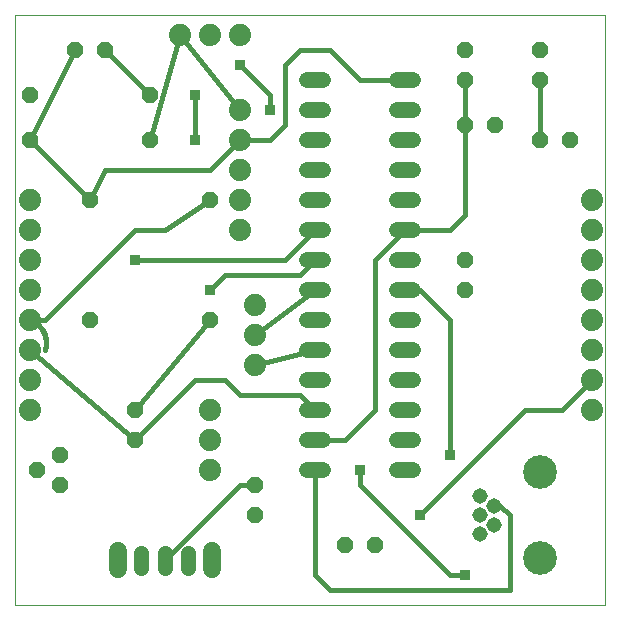
<source format=gtl>
G75*
%MOIN*%
%OFA0B0*%
%FSLAX25Y25*%
%IPPOS*%
%LPD*%
%AMOC8*
5,1,8,0,0,1.08239X$1,22.5*
%
%ADD10C,0.00000*%
%ADD11C,0.07400*%
%ADD12OC8,0.05200*%
%ADD13C,0.05200*%
%ADD14C,0.05150*%
%ADD15C,0.11220*%
%ADD16C,0.05150*%
%ADD17C,0.05937*%
%ADD18C,0.01600*%
%ADD19R,0.03562X0.03562*%
D10*
X0001800Y0001800D02*
X0001800Y0198650D01*
X0198650Y0198650D01*
X0198650Y0001800D01*
X0001800Y0001800D01*
D11*
X0006800Y0066800D03*
X0006800Y0076800D03*
X0006800Y0086800D03*
X0006800Y0096800D03*
X0006800Y0106800D03*
X0006800Y0116800D03*
X0006800Y0126800D03*
X0006800Y0136800D03*
X0056800Y0191800D03*
X0066800Y0191800D03*
X0076800Y0191800D03*
X0076800Y0166800D03*
X0076800Y0156800D03*
X0076800Y0146800D03*
X0076800Y0136800D03*
X0076800Y0126800D03*
X0081800Y0101800D03*
X0081800Y0091800D03*
X0081800Y0081800D03*
X0066800Y0066800D03*
X0066800Y0056800D03*
X0066800Y0046800D03*
X0194300Y0066800D03*
X0194300Y0076800D03*
X0194300Y0086800D03*
X0194300Y0096800D03*
X0194300Y0106800D03*
X0194300Y0116800D03*
X0194300Y0126800D03*
X0194300Y0136800D03*
D12*
X0186800Y0156800D03*
X0176800Y0156800D03*
X0161800Y0161800D03*
X0151800Y0161800D03*
X0151800Y0176800D03*
X0151800Y0186800D03*
X0176800Y0186800D03*
X0176800Y0176800D03*
X0151800Y0116800D03*
X0151800Y0106800D03*
X0081800Y0041800D03*
X0081800Y0031800D03*
X0111800Y0021800D03*
X0121800Y0021800D03*
X0066800Y0096800D03*
X0041800Y0066800D03*
X0041800Y0056800D03*
X0016800Y0051800D03*
X0009300Y0046800D03*
X0016800Y0041800D03*
X0026800Y0096800D03*
X0026800Y0136800D03*
X0006800Y0156800D03*
X0006800Y0171800D03*
X0021800Y0186800D03*
X0031800Y0186800D03*
X0046800Y0171800D03*
X0046800Y0156800D03*
X0066800Y0136800D03*
D13*
X0099200Y0136800D02*
X0104400Y0136800D01*
X0104400Y0126800D02*
X0099200Y0126800D01*
X0099200Y0116800D02*
X0104400Y0116800D01*
X0104400Y0106800D02*
X0099200Y0106800D01*
X0099200Y0096800D02*
X0104400Y0096800D01*
X0104400Y0086800D02*
X0099200Y0086800D01*
X0099200Y0076800D02*
X0104400Y0076800D01*
X0104400Y0066800D02*
X0099200Y0066800D01*
X0099200Y0056800D02*
X0104400Y0056800D01*
X0104400Y0046800D02*
X0099200Y0046800D01*
X0129200Y0046800D02*
X0134400Y0046800D01*
X0134400Y0056800D02*
X0129200Y0056800D01*
X0129200Y0066800D02*
X0134400Y0066800D01*
X0134400Y0076800D02*
X0129200Y0076800D01*
X0129200Y0086800D02*
X0134400Y0086800D01*
X0134400Y0096800D02*
X0129200Y0096800D01*
X0129200Y0106800D02*
X0134400Y0106800D01*
X0134400Y0116800D02*
X0129200Y0116800D01*
X0129200Y0126800D02*
X0134400Y0126800D01*
X0134400Y0136800D02*
X0129200Y0136800D01*
X0129200Y0146800D02*
X0134400Y0146800D01*
X0134400Y0156800D02*
X0129200Y0156800D01*
X0129200Y0166800D02*
X0134400Y0166800D01*
X0134400Y0176800D02*
X0129200Y0176800D01*
X0104400Y0176800D02*
X0099200Y0176800D01*
X0099200Y0166800D02*
X0104400Y0166800D01*
X0104400Y0156800D02*
X0099200Y0156800D01*
X0099200Y0146800D02*
X0104400Y0146800D01*
D14*
X0156721Y0038099D03*
X0161446Y0034950D03*
X0156721Y0031800D03*
X0161446Y0028650D03*
X0156721Y0025501D03*
D15*
X0176800Y0017430D03*
X0176800Y0046170D03*
D16*
X0059674Y0019375D02*
X0059674Y0014225D01*
X0051800Y0014225D02*
X0051800Y0019375D01*
X0043926Y0019375D02*
X0043926Y0014225D01*
D17*
X0036052Y0013831D02*
X0036052Y0019769D01*
X0067548Y0019769D02*
X0067548Y0013831D01*
D18*
X0051800Y0016800D02*
X0076800Y0041800D01*
X0081800Y0041800D01*
X0101800Y0046800D02*
X0101800Y0011800D01*
X0106800Y0006800D01*
X0166800Y0006800D01*
X0166800Y0031800D01*
X0163650Y0034950D01*
X0161446Y0034950D01*
X0146800Y0051800D02*
X0146800Y0096800D01*
X0136800Y0106800D01*
X0131800Y0106800D01*
X0121800Y0116800D02*
X0131800Y0126800D01*
X0146800Y0126800D01*
X0151800Y0131800D01*
X0151800Y0161800D01*
X0151800Y0176800D01*
X0131800Y0176800D02*
X0116800Y0176800D01*
X0106800Y0186800D01*
X0096800Y0186800D01*
X0091800Y0181800D01*
X0091800Y0161800D01*
X0086800Y0156800D01*
X0076800Y0156800D01*
X0066800Y0146800D01*
X0031800Y0146800D01*
X0026800Y0136800D01*
X0006800Y0156800D01*
X0021800Y0186800D01*
X0031800Y0186800D02*
X0046800Y0171800D01*
X0046800Y0156800D02*
X0056800Y0191800D01*
X0076800Y0166800D01*
X0086800Y0166800D02*
X0086800Y0171800D01*
X0076800Y0181800D01*
X0061800Y0171800D02*
X0061800Y0156800D01*
X0066800Y0136800D02*
X0051800Y0126800D01*
X0041800Y0126800D01*
X0011800Y0096800D01*
X0006800Y0096800D01*
X0006981Y0096738D01*
X0007160Y0096671D01*
X0007337Y0096599D01*
X0007512Y0096524D01*
X0007686Y0096444D01*
X0007858Y0096360D01*
X0008027Y0096272D01*
X0008195Y0096180D01*
X0008360Y0096084D01*
X0008522Y0095984D01*
X0008683Y0095880D01*
X0008840Y0095772D01*
X0008995Y0095661D01*
X0009148Y0095545D01*
X0009297Y0095426D01*
X0009444Y0095304D01*
X0009587Y0095178D01*
X0009728Y0095048D01*
X0009865Y0094915D01*
X0009999Y0094779D01*
X0010130Y0094640D01*
X0010257Y0094498D01*
X0010381Y0094352D01*
X0010502Y0094204D01*
X0010618Y0094052D01*
X0010731Y0093898D01*
X0010840Y0093742D01*
X0010946Y0093582D01*
X0011047Y0093420D01*
X0011145Y0093256D01*
X0011239Y0093090D01*
X0011328Y0092921D01*
X0011414Y0092750D01*
X0011495Y0092577D01*
X0011572Y0092402D01*
X0011645Y0092226D01*
X0011713Y0092047D01*
X0011778Y0091867D01*
X0011837Y0091686D01*
X0011893Y0091503D01*
X0011944Y0091319D01*
X0011990Y0091134D01*
X0012032Y0090947D01*
X0012070Y0090760D01*
X0012103Y0090572D01*
X0012131Y0090383D01*
X0012155Y0090193D01*
X0012175Y0090003D01*
X0012189Y0089813D01*
X0012199Y0089622D01*
X0012205Y0089431D01*
X0012206Y0089240D01*
X0012202Y0089049D01*
X0012194Y0088858D01*
X0012181Y0088667D01*
X0012163Y0088477D01*
X0012141Y0088287D01*
X0012114Y0088098D01*
X0012083Y0087910D01*
X0012047Y0087722D01*
X0012007Y0087535D01*
X0011962Y0087350D01*
X0011912Y0087165D01*
X0011859Y0086982D01*
X0011800Y0086800D01*
X0006800Y0086800D02*
X0041800Y0056800D01*
X0061800Y0076800D01*
X0071800Y0076800D01*
X0076800Y0071800D01*
X0096800Y0071800D01*
X0101800Y0066800D01*
X0101800Y0056800D02*
X0111800Y0056800D01*
X0121800Y0066800D01*
X0121800Y0116800D01*
X0101800Y0116800D02*
X0096800Y0111800D01*
X0071800Y0111800D01*
X0066800Y0106800D01*
X0066800Y0096800D02*
X0041800Y0066800D01*
X0081800Y0081800D02*
X0101800Y0086800D01*
X0101800Y0106800D02*
X0081800Y0091800D01*
X0091800Y0116800D02*
X0101800Y0126800D01*
X0091800Y0116800D02*
X0041800Y0116800D01*
X0116800Y0046800D02*
X0116800Y0041800D01*
X0146800Y0011800D01*
X0151800Y0011800D01*
X0136800Y0031800D02*
X0171800Y0066800D01*
X0184300Y0066800D01*
X0194300Y0076800D01*
X0176800Y0156800D02*
X0176800Y0176800D01*
D19*
X0086800Y0166800D03*
X0076800Y0181800D03*
X0061800Y0171800D03*
X0061800Y0156800D03*
X0041800Y0116800D03*
X0066800Y0106800D03*
X0116800Y0046800D03*
X0136800Y0031800D03*
X0146800Y0051800D03*
X0151800Y0011800D03*
M02*

</source>
